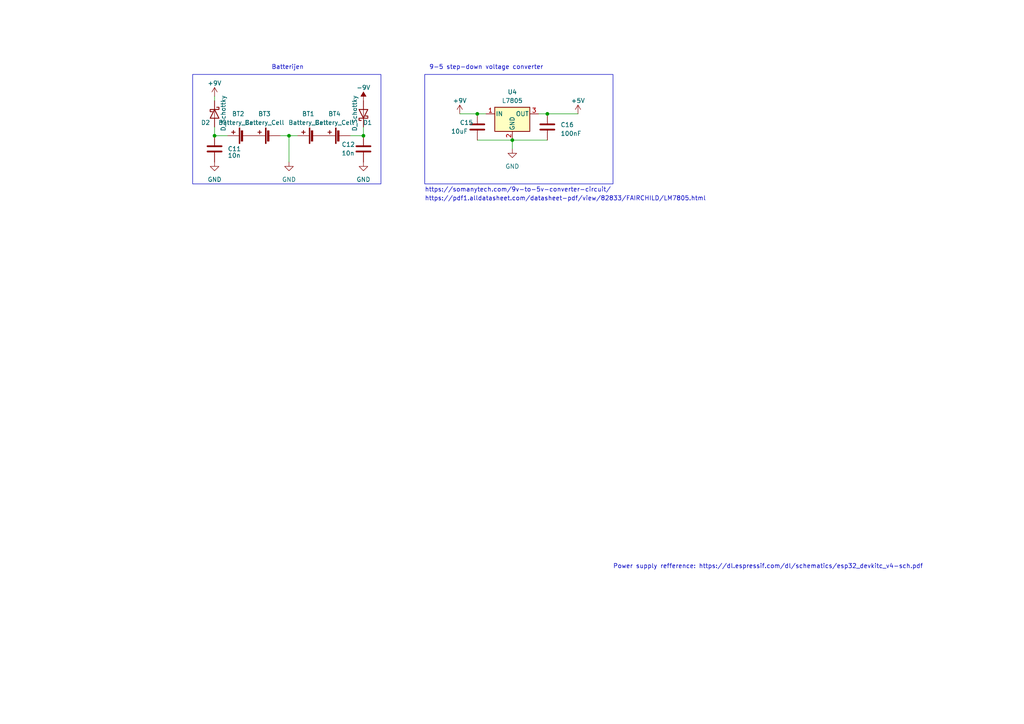
<source format=kicad_sch>
(kicad_sch (version 20230121) (generator eeschema)
  (paper "A4")
  (lib_symbols
    (symbol "Device:Battery_Cell" (pin_numbers hide) (pin_names (offset 0) hide)
      (property "Reference" "BT" (at 2.54 2.54 0))
      (property "Value" "Battery_Cell" (at 2.54 0 0))
      (symbol "Battery_Cell_0_1"
        (rectangle (start -2.286 1.778) (end 2.286 1.524) (fill (type outline)))
        (rectangle (start -1.5748 1.1938) (end 1.4732 0.6858) (fill (type outline)))
        (polyline (pts (xy 0 0.762) (xy 0 0)))
        (polyline (pts (xy 0 1.778) (xy 0 2.54)))
        (polyline (pts (xy 0.508 3.429) (xy 1.524 3.429)) (stroke (width 0.254)))
        (polyline (pts (xy 1.016 3.937) (xy 1.016 2.921)) (stroke (width 0.254)))
      )
      (symbol "Battery_Cell_1_1"
        (pin passive line (at 0 5.08 270) (length 2.54) (name "+") (number "1"))
        (pin passive line (at 0 -2.54 90) (length 2.54) (name "-") (number "2"))
      )
    )
    (symbol "Device:C" (pin_numbers hide) (pin_names (offset 0.254))
      (property "Reference" "C" (at 0.635 2.54 0))
      (property "Value" "C" (at 0.635 -2.54 0))
      (symbol "C_0_1"
        (polyline (pts (xy -2.032 -0.762) (xy 2.032 -0.762)) (stroke (width 0.508)))
        (polyline (pts (xy -2.032 0.762) (xy 2.032 0.762)) (stroke (width 0.508)))
      )
      (symbol "C_1_1"
        (pin passive line (at 0 3.81 270) (length 2.794) (name "~") (number "1"))
        (pin passive line (at 0 -3.81 90) (length 2.794) (name "~") (number "2"))
      )
    )
    (symbol "Device:D_Schottky" (pin_numbers hide) (pin_names (offset 1.016) hide)
      (property "Reference" "D" (at 0 2.54 0))
      (property "Value" "D_Schottky" (at 0 -2.54 0))
      (symbol "D_Schottky_0_1"
        (polyline (pts (xy 1.27 0) (xy -1.27 0)))
        (polyline (pts (xy 1.27 1.27) (xy 1.27 -1.27) (xy -1.27 0) (xy 1.27 1.27)) (stroke (width 0.254)))
        (polyline (pts (xy -1.905 0.635) (xy -1.905 1.27) (xy -1.27 1.27) (xy -1.27 -1.27) (xy -0.635 -1.27) (xy -0.635 -0.635)) (stroke (width 0.254)))
      )
      (symbol "D_Schottky_1_1"
        (pin passive line (at -3.81 0 0) (length 2.54) (name "K") (number "1"))
        (pin passive line (at 3.81 0 180) (length 2.54) (name "A") (number "2"))
      )
    )
    (symbol "Regulator_Linear:L7805" (pin_names (offset 0.254))
      (property "Reference" "U" (at -3.81 3.175 0))
      (property "Value" "L7805" (at 0 3.175 0))
      (symbol "L7805_0_1"
        (rectangle (start -5.08 1.905) (end 5.08 -5.08) (stroke (width 0.254)) (fill (type background)))
      )
      (symbol "L7805_1_1"
        (pin power_in line (at -7.62 0 0) (length 2.54) (name "IN") (number "1"))
        (pin power_in line (at 0 -7.62 90) (length 2.54) (name "GND") (number "2"))
        (pin power_out line (at 7.62 0 180) (length 2.54) (name "OUT") (number "3"))
      )
    )
    (symbol "power:+5V" (power) (pin_names (offset 0))
      (property "Value" "+5V" (at 0 3.556 0))
      (symbol "+5V_0_1"
        (polyline (pts (xy -0.762 1.27) (xy 0 2.54)))
        (polyline (pts (xy 0 0) (xy 0 2.54)))
        (polyline (pts (xy 0 2.54) (xy 0.762 1.27)))
      )
      (symbol "+5V_1_1"
        (pin power_in line (at 0 0 90) (length 0) hide (name "+5V") (number "1"))
      )
    )
    (symbol "power:+9V" (power) (pin_names (offset 0))
      (property "Value" "+9V" (at 0 3.556 0))
      (symbol "+9V_0_1"
        (polyline (pts (xy -0.762 1.27) (xy 0 2.54)))
        (polyline (pts (xy 0 0) (xy 0 2.54)))
        (polyline (pts (xy 0 2.54) (xy 0.762 1.27)))
      )
      (symbol "+9V_1_1"
        (pin power_in line (at 0 0 90) (length 0) hide (name "+9V") (number "1"))
      )
    )
    (symbol "power:-9V" (power) (pin_names (offset 0))
      (property "Value" "-9V" (at 0 3.81 0))
      (symbol "-9V_0_1"
        (polyline (pts (xy 0 0) (xy 0 2.54)))
        (polyline (pts (xy 0.762 1.27) (xy -0.762 1.27) (xy 0 2.54) (xy 0.762 1.27)) (fill (type outline)))
      )
      (symbol "-9V_1_1"
        (pin power_in line (at 0 0 90) (length 0) hide (name "-9V") (number "1"))
      )
    )
    (symbol "power:GND" (power) (pin_names (offset 0))
      (property "Value" "GND" (at 0 -3.81 0))
      (symbol "GND_0_1"
        (polyline (pts (xy 0 0) (xy 0 -1.27) (xy 1.27 -1.27) (xy 0 -2.54) (xy -1.27 -1.27) (xy 0 -1.27)))
      )
      (symbol "GND_1_1"
        (pin power_in line (at 0 0 270) (length 0) hide (name "GND") (number "1"))
      )
    )
  )
  (junction (at 83.82 39.37))
  (junction (at 62.23 39.37))
  (junction (at 105.41 39.37))
  (junction (at 148.59 40.64))
  (junction (at 138.43 33.02))
  (junction (at 158.75 33.02))
  (wire (pts (xy 133.35 33.02) (xy 138.43 33.02)))
  (wire (pts (xy 138.43 33.02) (xy 140.97 33.02)))
  (wire (pts (xy 105.41 39.37) (xy 105.41 36.83)))
  (wire (pts (xy 156.21 33.02) (xy 158.75 33.02)))
  (wire (pts (xy 148.59 43.18) (xy 148.59 40.64)))
  (wire (pts (xy 101.6 39.37) (xy 105.41 39.37)))
  (wire (pts (xy 138.43 40.64) (xy 148.59 40.64)))
  (wire (pts (xy 158.75 40.64) (xy 148.59 40.64)))
  (wire (pts (xy 83.82 39.37) (xy 86.36 39.37)))
  (wire (pts (xy 81.28 39.37) (xy 83.82 39.37)))
  (wire (pts (xy 66.04 39.37) (xy 62.23 39.37)))
  (wire (pts (xy 62.23 36.83) (xy 62.23 39.37)))
  (wire (pts (xy 83.82 39.37) (xy 83.82 46.99)))
  (wire (pts (xy 158.75 33.02) (xy 167.64 33.02)))
  (wire (pts (xy 62.23 27.94) (xy 62.23 29.21)))
  (rectangle (start 55.88 21.59) (end 110.49 53.34))
  (rectangle (start 123.19 21.59) (end 177.8 53.34))
  (text "Batterijen" (at 78.74 20.32 0) (effects (font (size 1.27 1.27)) (justify left bottom)))
  (text "https://somanytech.com/9v-to-5v-converter-circuit/" (at 123.19 55.88 0) (effects (font (size 1.27 1.27)) (justify left bottom)))
  (text "https://pdf1.alldatasheet.com/datasheet-pdf/view/82833/FAIRCHILD/LM7805.html" (at 123.19 58.42 0) (effects (font (size 1.27 1.27)) (justify left bottom)))
  (text "Power supply refference: https://dl.espressif.com/dl/schematics/esp32_devkitc_v4-sch.pdf" (at 177.8 165.1 0) (effects (font (size 1.27 1.27)) (justify left bottom)))
  (text "9-5 step-down voltage converter" (at 124.46 20.32 0) (effects (font (size 1.27 1.27)) (justify left bottom)))
  (symbol (lib_id "Device:Battery_Cell") (at 99.06 39.37 90) (unit 1)
    (property "Reference" "BT4" (at 97.028 33.02 90))
    (property "Value" "Battery_Cell" (at 97.028 35.56 90))
    (property "Footprint" "Connector_PinHeader_1.00mm:PinHeader_1x02_P1.00mm_Horizontal" (effects hide))
  )
  (symbol (lib_id "Device:C") (at 105.41 43.18 0) (unit 1)
    (property "Reference" "C12" (at 99.06 41.91 0) (effects (justify left)))
    (property "Value" "10n" (at 99.06 44.45 0) (effects (justify left)))
    (property "Footprint" "Capacitor_SMD:C_0402_1005Metric" (effects hide))
    (instances (project "Quest_EMG_V2" (path "" (reference "C12") (unit 1))) (project "Quest_EMG" (path "" (reference "C1") (unit 1)) (path "" (reference "C14") (unit 1))) (project "HARDIMPL" (path "" (reference "C1") (unit 1))))
  )
  (symbol (lib_id "power:GND") (at 148.59 43.18 0) (unit 1)
    (property "Reference" "#PWR030" (effects hide))
    (property "Value" "GND" (at 148.59 48.26 0))
    (instances (project "Quest_EMG_V2" (path "" (reference "#PWR030") (unit 1))) (project "Quest_EMG" (path "" (reference "#PWR037") (unit 1))))
  )
  (symbol (lib_id "Device:C") (at 158.75 36.83 0) (unit 1)
    (property "Reference" "C16" (at 162.56 36.195 0) (effects (justify left)))
    (property "Value" "100nF" (at 162.56 38.735 0) (effects (justify left)))
    (property "Footprint" "Capacitor_SMD:C_0402_1005Metric" (effects hide))
  )
  (symbol (lib_id "Device:D_Schottky") (at 62.23 33.02 270) (unit 1)
    (property "Reference" "D2" (at 60.96 35.56 90) (effects (justify right)))
    (property "Value" "D_Schottky" (at 64.77 38.1 0) (effects (justify right)))
    (property "Footprint" "Diode_SMD:D_0402_1005Metric" (effects hide))
    (instances (project "Quest_EMG_V2" (path "" (reference "D2") (unit 1))) (project "Quest_EMG" (path "" (reference "D1") (unit 1)) (path "" (reference "D1") (unit 1))) (project "HARDIMPL" (path "" (reference "D1") (unit 1))))
  )
  (symbol (lib_id "Device:Battery_Cell") (at 91.44 39.37 90) (unit 1)
    (property "Reference" "BT1" (at 89.408 33.02 90))
    (property "Value" "Battery_Cell" (at 89.408 35.56 90))
    (property "Footprint" "Connector_PinHeader_1.00mm:PinHeader_1x02_P1.00mm_Horizontal" (effects hide))
  )
  (symbol (lib_id "Device:Battery_Cell") (at 78.74 39.37 90) (unit 1)
    (property "Reference" "BT3" (at 76.708 33.02 90))
    (property "Value" "Battery_Cell" (at 76.708 35.56 90))
    (property "Footprint" "Connector_PinHeader_1.00mm:PinHeader_1x02_P1.00mm_Horizontal" (effects hide))
  )
  (symbol (lib_id "power:+5V") (at 167.64 33.02 0) (unit 1)
    (property "Reference" "#PWR042" (effects hide))
    (property "Value" "+5V" (at 167.64 29.21 0))
    (instances (project "Quest_EMG_V2" (path "" (reference "#PWR042") (unit 1))) (project "Quest_EMG" (path "" (reference "#PWR038") (unit 1))))
  )
  (symbol (lib_id "power:GND") (at 105.41 46.99 0) (unit 1)
    (property "Reference" "#PWR028" (effects hide))
    (property "Value" "GND" (at 105.41 52.07 0))
    (instances (project "Quest_EMG_V2" (path "" (reference "#PWR028") (unit 1))) (project "Quest_EMG" (path "" (reference "#PWR02") (unit 1)) (path "" (reference "#PWR035") (unit 1))) (project "HARDIMPL" (path "" (reference "#PWR02") (unit 1))))
  )
  (symbol (lib_id "Device:C") (at 138.43 36.83 0) (unit 1)
    (property "Reference" "C15" (at 133.35 35.56 0) (effects (justify left)))
    (property "Value" "10uF" (at 130.81 38.1 0) (effects (justify left)))
    (property "Footprint" "Capacitor_SMD:C_0402_1005Metric" (effects hide))
  )
  (symbol (lib_id "Device:D_Schottky") (at 105.41 33.02 90) (unit 1)
    (property "Reference" "D1" (at 107.95 35.56 90) (effects (justify left)))
    (property "Value" "D_Schottky" (at 102.87 38.1 0) (effects (justify left)))
    (property "Footprint" "Diode_SMD:D_0402_1005Metric" (effects hide))
    (instances (project "Quest_EMG_V2" (path "" (reference "D1") (unit 1))) (project "Quest_EMG" (path "" (reference "D2") (unit 1)) (path "" (reference "D2") (unit 1))) (project "HARDIMPL" (path "" (reference "D2") (unit 1))))
  )
  (symbol (lib_id "Device:Battery_Cell") (at 71.12 39.37 90) (unit 1)
    (property "Reference" "BT2" (at 69.088 33.02 90))
    (property "Value" "Battery_Cell" (at 69.088 35.56 90))
    (property "Footprint" "Connector_PinHeader_1.00mm:PinHeader_1x02_P1.00mm_Horizontal" (effects hide))
  )
  (symbol (lib_id "power:+9V") (at 62.23 27.94 0) (unit 1)
    (property "Reference" "#PWR025" (effects hide))
    (property "Value" "+9V" (at 62.23 24.13 0))
    (instances (project "Quest_EMG_V2" (path "" (reference "#PWR025") (unit 1))) (project "Quest_EMG" (path "" (reference "#PWR031") (unit 1))))
  )
  (symbol (lib_id "Device:C") (at 62.23 43.18 0) (unit 1)
    (property "Reference" "C11" (at 66.04 43.18 0) (effects (justify left)))
    (property "Value" "10n" (at 66.04 45.085 0) (effects (justify left)))
    (property "Footprint" "Capacitor_SMD:C_0402_1005Metric" (effects hide))
    (instances (project "Quest_EMG_V2" (path "" (reference "C11") (unit 1))) (project "Quest_EMG" (path "" (reference "C1") (unit 1)) (path "" (reference "C13") (unit 1))) (project "HARDIMPL" (path "" (reference "C1") (unit 1))))
  )
  (symbol (lib_id "power:GND") (at 62.23 46.99 0) (unit 1)
    (property "Reference" "#PWR027" (effects hide))
    (property "Value" "GND" (at 62.23 52.07 0))
    (instances (project "Quest_EMG_V2" (path "" (reference "#PWR027") (unit 1))) (project "Quest_EMG" (path "" (reference "#PWR02") (unit 1)) (path "" (reference "#PWR032") (unit 1))) (project "HARDIMPL" (path "" (reference "#PWR02") (unit 1))))
  )
  (symbol (lib_id "power:-9V") (at 105.41 29.21 0) (unit 1)
    (property "Reference" "#PWR026" (effects hide))
    (property "Value" "-9V" (at 105.41 25.4 0))
    (instances (project "Quest_EMG_V2" (path "" (reference "#PWR026") (unit 1))) (project "Quest_EMG" (path "" (reference "#PWR034") (unit 1))))
  )
  (symbol (lib_id "power:+9V") (at 133.35 33.02 0) (unit 1)
    (property "Reference" "#PWR029" (effects hide))
    (property "Value" "+9V" (at 133.35 29.21 0))
    (instances (project "Quest_EMG_V2" (path "" (reference "#PWR029") (unit 1))) (project "Quest_EMG" (path "" (reference "#PWR036") (unit 1))))
  )
  (symbol (lib_id "Regulator_Linear:L7805") (at 148.59 33.02 0) (unit 1)
    (property "Reference" "U4" (at 148.59 26.67 0))
    (property "Value" "L7805" (at 148.59 29.21 0))
    (property "Footprint" "Package_TO_SOT_THT:TO-220F-3_Horizontal_TabDown" (effects hide))
    (property "Datasheet" "http://www.st.com/content/ccc/resource/technical/document/datasheet/41/4f/b3/b0/12/d4/47/88/CD00000444.pdf/files/CD00000444.pdf/jcr:content/translations/en.CD00000444.pdf" (effects hide))
  )
  (symbol (lib_id "power:GND") (at 83.82 46.99 0) (unit 1)
    (property "Reference" "#PWR024" (effects hide))
    (property "Value" "GND" (at 83.82 52.07 0))
    (instances (project "Quest_EMG_V2" (path "" (reference "#PWR024") (unit 1))) (project "Quest_EMG" (path "" (reference "#PWR033") (unit 1))))
  )
)
</source>
